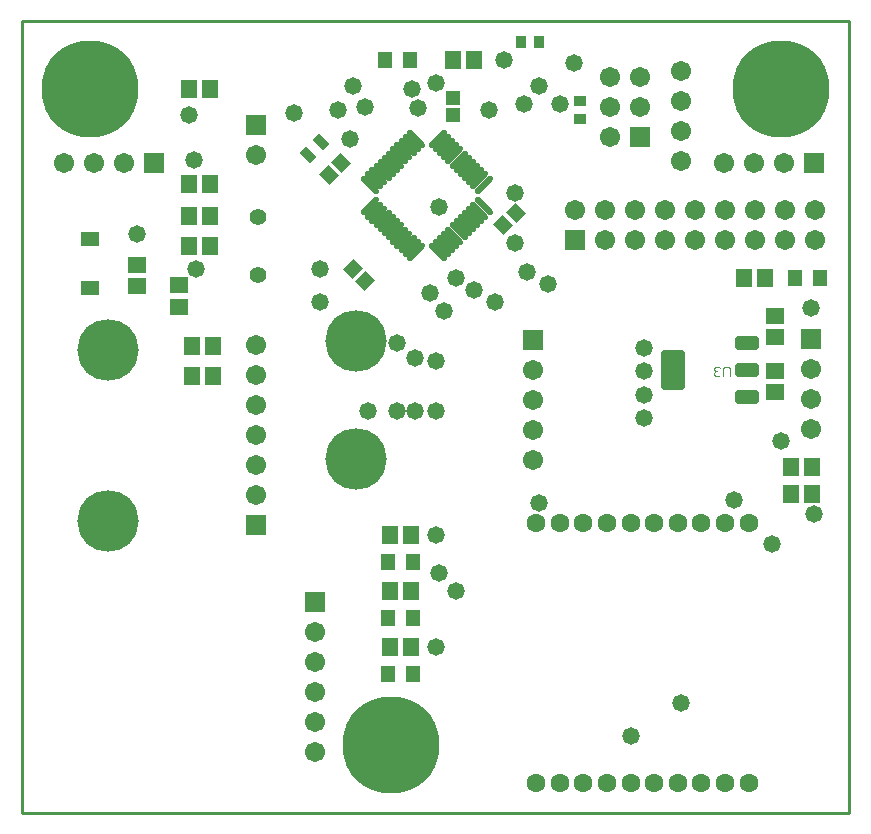
<source format=gts>
G04*
G04 #@! TF.GenerationSoftware,Altium Limited,Altium Designer,19.1.8 (144)*
G04*
G04 Layer_Color=8388736*
%FSLAX25Y25*%
%MOIN*%
G70*
G01*
G75*
%ADD13C,0.01000*%
%ADD14C,0.00394*%
%ADD29R,0.04343X0.03556*%
%ADD30R,0.03556X0.04343*%
G04:AMPARAMS|DCode=31|XSize=19.81mil|YSize=78.87mil|CornerRadius=0mil|HoleSize=0mil|Usage=FLASHONLY|Rotation=135.000|XOffset=0mil|YOffset=0mil|HoleType=Round|Shape=Round|*
%AMOVALD31*
21,1,0.05906,0.01981,0.00000,0.00000,225.0*
1,1,0.01981,0.02088,0.02088*
1,1,0.01981,-0.02088,-0.02088*
%
%ADD31OVALD31*%

G04:AMPARAMS|DCode=32|XSize=19.81mil|YSize=78.87mil|CornerRadius=0mil|HoleSize=0mil|Usage=FLASHONLY|Rotation=45.000|XOffset=0mil|YOffset=0mil|HoleType=Round|Shape=Round|*
%AMOVALD32*
21,1,0.05906,0.01981,0.00000,0.00000,135.0*
1,1,0.01981,0.02088,-0.02088*
1,1,0.01981,-0.02088,0.02088*
%
%ADD32OVALD32*%

%ADD33R,0.06312X0.04540*%
%ADD34R,0.05524X0.06312*%
G04:AMPARAMS|DCode=35|XSize=49.34mil|YSize=45.4mil|CornerRadius=0mil|HoleSize=0mil|Usage=FLASHONLY|Rotation=315.000|XOffset=0mil|YOffset=0mil|HoleType=Round|Shape=Rectangle|*
%AMROTATEDRECTD35*
4,1,4,-0.03350,0.00139,-0.00139,0.03350,0.03350,-0.00139,0.00139,-0.03350,-0.03350,0.00139,0.0*
%
%ADD35ROTATEDRECTD35*%

G04:AMPARAMS|DCode=36|XSize=49.34mil|YSize=29.65mil|CornerRadius=0mil|HoleSize=0mil|Usage=FLASHONLY|Rotation=315.000|XOffset=0mil|YOffset=0mil|HoleType=Round|Shape=Rectangle|*
%AMROTATEDRECTD36*
4,1,4,-0.02793,0.00696,-0.00696,0.02793,0.02793,-0.00696,0.00696,-0.02793,-0.02793,0.00696,0.0*
%
%ADD36ROTATEDRECTD36*%

G04:AMPARAMS|DCode=37|XSize=49.34mil|YSize=45.4mil|CornerRadius=0mil|HoleSize=0mil|Usage=FLASHONLY|Rotation=225.000|XOffset=0mil|YOffset=0mil|HoleType=Round|Shape=Rectangle|*
%AMROTATEDRECTD37*
4,1,4,0.00139,0.03350,0.03350,0.00139,-0.00139,-0.03350,-0.03350,-0.00139,0.00139,0.03350,0.0*
%
%ADD37ROTATEDRECTD37*%

%ADD38R,0.04934X0.04540*%
%ADD39R,0.06312X0.05524*%
%ADD40R,0.05131X0.05524*%
G04:AMPARAMS|DCode=41|XSize=133.98mil|YSize=76.9mil|CornerRadius=6.07mil|HoleSize=0mil|Usage=FLASHONLY|Rotation=270.000|XOffset=0mil|YOffset=0mil|HoleType=Round|Shape=RoundedRectangle|*
%AMROUNDEDRECTD41*
21,1,0.13398,0.06476,0,0,270.0*
21,1,0.12185,0.07690,0,0,270.0*
1,1,0.01213,-0.03238,-0.06093*
1,1,0.01213,-0.03238,0.06093*
1,1,0.01213,0.03238,0.06093*
1,1,0.01213,0.03238,-0.06093*
%
%ADD41ROUNDEDRECTD41*%
G04:AMPARAMS|DCode=42|XSize=43.43mil|YSize=76.9mil|CornerRadius=5.95mil|HoleSize=0mil|Usage=FLASHONLY|Rotation=270.000|XOffset=0mil|YOffset=0mil|HoleType=Round|Shape=RoundedRectangle|*
%AMROUNDEDRECTD42*
21,1,0.04343,0.06500,0,0,270.0*
21,1,0.03154,0.07690,0,0,270.0*
1,1,0.01190,-0.03250,-0.01577*
1,1,0.01190,-0.03250,0.01577*
1,1,0.01190,0.03250,0.01577*
1,1,0.01190,0.03250,-0.01577*
%
%ADD42ROUNDEDRECTD42*%
%ADD43C,0.06706*%
%ADD44R,0.06706X0.06706*%
%ADD45R,0.06706X0.06706*%
%ADD46C,0.06312*%
%ADD47C,0.32296*%
%ADD48C,0.05524*%
%ADD49C,0.20485*%
%ADD50C,0.05800*%
D13*
X-984Y0D02*
X0D01*
X-984Y263779D02*
X-984Y0D01*
X-984Y263779D02*
X274606D01*
Y0D02*
Y263779D01*
X0Y0D02*
X274606D01*
D14*
X234846Y145489D02*
Y148113D01*
X234322Y148638D01*
X233272D01*
X232747Y148113D01*
Y145489D01*
X231698Y146014D02*
X231173Y145489D01*
X230124D01*
X229599Y146014D01*
Y146539D01*
X230124Y147064D01*
X230648D01*
X230124D01*
X229599Y147588D01*
Y148113D01*
X230124Y148638D01*
X231173D01*
X231698Y148113D01*
D29*
X185039Y231299D02*
D03*
Y237205D02*
D03*
D30*
X165354Y256890D02*
D03*
X171260D02*
D03*
D31*
X114928Y202090D02*
D03*
X116320Y200698D02*
D03*
X117712Y199306D02*
D03*
X119104Y197914D02*
D03*
X120496Y196522D02*
D03*
X121888Y195130D02*
D03*
X123280Y193738D02*
D03*
X124671Y192346D02*
D03*
X126063Y190954D02*
D03*
X127455Y189562D02*
D03*
X128847Y188170D02*
D03*
X130239Y186778D02*
D03*
X152789Y209328D02*
D03*
X151397Y210720D02*
D03*
X150005Y212112D02*
D03*
X148613Y213504D02*
D03*
X147221Y214896D02*
D03*
X145829Y216287D02*
D03*
X144437Y217679D02*
D03*
X143045Y219071D02*
D03*
X141653Y220463D02*
D03*
X140261Y221855D02*
D03*
X138869Y223247D02*
D03*
X137477Y224639D02*
D03*
D32*
Y186778D02*
D03*
X138869Y188170D02*
D03*
X140261Y189562D02*
D03*
X141653Y190954D02*
D03*
X143045Y192346D02*
D03*
X144437Y193738D02*
D03*
X145829Y195130D02*
D03*
X147221Y196522D02*
D03*
X148613Y197914D02*
D03*
X150005Y199306D02*
D03*
X151397Y200698D02*
D03*
X152789Y202090D02*
D03*
X130239Y224639D02*
D03*
X128847Y223247D02*
D03*
X127455Y221855D02*
D03*
X126063Y220463D02*
D03*
X124671Y219071D02*
D03*
X123280Y217679D02*
D03*
X121888Y216287D02*
D03*
X120496Y214896D02*
D03*
X119104Y213504D02*
D03*
X117712Y212112D02*
D03*
X116320Y210720D02*
D03*
X114928Y209328D02*
D03*
D33*
X21654Y191240D02*
D03*
Y174902D02*
D03*
D34*
X55512Y155512D02*
D03*
X62598D02*
D03*
X55512Y145669D02*
D03*
X62598D02*
D03*
X61614Y241142D02*
D03*
X54528D02*
D03*
X61614Y209646D02*
D03*
X54528D02*
D03*
X54528Y198819D02*
D03*
X61614D02*
D03*
X54528Y188976D02*
D03*
X61614D02*
D03*
X142520Y250984D02*
D03*
X149606D02*
D03*
X246654Y178150D02*
D03*
X239567D02*
D03*
X262402Y115157D02*
D03*
X255315D02*
D03*
X262402Y106299D02*
D03*
X255315D02*
D03*
X128543Y92520D02*
D03*
X121457D02*
D03*
X128543Y73819D02*
D03*
X121457D02*
D03*
X128543Y55118D02*
D03*
X121457D02*
D03*
D35*
X163436Y199853D02*
D03*
X159399Y195816D02*
D03*
X101278Y212499D02*
D03*
X105315Y216535D02*
D03*
D36*
X98704Y223704D02*
D03*
X94110Y219110D02*
D03*
D37*
X113239Y177116D02*
D03*
X109202Y181152D02*
D03*
D38*
X142717Y238091D02*
D03*
Y232382D02*
D03*
D39*
X250000Y147244D02*
D03*
Y140157D02*
D03*
X250000Y158465D02*
D03*
Y165551D02*
D03*
X51181Y175787D02*
D03*
Y168701D02*
D03*
X37402Y182677D02*
D03*
Y175591D02*
D03*
D40*
X128150Y250984D02*
D03*
X119882D02*
D03*
X256693Y178150D02*
D03*
X264961D02*
D03*
X129134Y83661D02*
D03*
X120866D02*
D03*
X129134Y64961D02*
D03*
X120866D02*
D03*
X129134Y46260D02*
D03*
X120866D02*
D03*
D41*
X216043Y147638D02*
D03*
D42*
X240650Y156693D02*
D03*
Y147638D02*
D03*
Y138583D02*
D03*
D43*
X183425Y200787D02*
D03*
X193425Y190787D02*
D03*
Y200787D02*
D03*
X203425Y190787D02*
D03*
Y200787D02*
D03*
X213425Y190787D02*
D03*
Y200787D02*
D03*
X223425Y190787D02*
D03*
Y200787D02*
D03*
X233425Y190787D02*
D03*
Y200787D02*
D03*
X243425Y190787D02*
D03*
Y200787D02*
D03*
X253425Y190787D02*
D03*
Y200787D02*
D03*
X263425Y190787D02*
D03*
Y200787D02*
D03*
X232795Y216535D02*
D03*
X242795D02*
D03*
X252795D02*
D03*
X12835D02*
D03*
X22835D02*
D03*
X32835D02*
D03*
X76772Y219331D02*
D03*
X218504Y217047D02*
D03*
Y227047D02*
D03*
Y237047D02*
D03*
Y247047D02*
D03*
X96457Y60197D02*
D03*
Y50197D02*
D03*
Y40197D02*
D03*
Y30197D02*
D03*
Y20197D02*
D03*
X76772Y155827D02*
D03*
Y145827D02*
D03*
Y135827D02*
D03*
Y125827D02*
D03*
Y105827D02*
D03*
Y115827D02*
D03*
X169291Y147480D02*
D03*
Y137480D02*
D03*
Y127480D02*
D03*
Y117480D02*
D03*
X194882Y245236D02*
D03*
X204882D02*
D03*
X194882Y235236D02*
D03*
X204882D02*
D03*
X194882Y225236D02*
D03*
X261811Y147795D02*
D03*
Y137795D02*
D03*
Y127795D02*
D03*
D44*
X183425Y190787D02*
D03*
X262795Y216535D02*
D03*
X42835D02*
D03*
D45*
X76772Y229331D02*
D03*
X96457Y70197D02*
D03*
X76772Y95827D02*
D03*
X169291Y157480D02*
D03*
X204882Y225236D02*
D03*
X261811Y157795D02*
D03*
D46*
X241142Y9843D02*
D03*
X233268D02*
D03*
X225394D02*
D03*
X217520D02*
D03*
X209646D02*
D03*
X201772D02*
D03*
X193898D02*
D03*
X186024D02*
D03*
X178150D02*
D03*
X170276D02*
D03*
Y96457D02*
D03*
X178150D02*
D03*
X186024D02*
D03*
X193898D02*
D03*
X201772D02*
D03*
X209646D02*
D03*
X217520D02*
D03*
X225394D02*
D03*
X233268D02*
D03*
X241142D02*
D03*
D47*
X122047Y22638D02*
D03*
X251969Y241142D02*
D03*
X21654D02*
D03*
D48*
X77756Y179370D02*
D03*
Y198583D02*
D03*
D49*
X27559Y154213D02*
D03*
Y97126D02*
D03*
X110236Y157323D02*
D03*
Y117953D02*
D03*
D50*
X206193Y139279D02*
D03*
Y147153D02*
D03*
Y155027D02*
D03*
Y131405D02*
D03*
X139764Y167323D02*
D03*
X134980Y173290D02*
D03*
X136811Y150591D02*
D03*
Y133858D02*
D03*
X129921D02*
D03*
X124016D02*
D03*
X98425Y170276D02*
D03*
X262795Y99410D02*
D03*
X171260Y103347D02*
D03*
X114173Y133858D02*
D03*
X124015Y156496D02*
D03*
X218504Y36417D02*
D03*
X249016Y89567D02*
D03*
X54454Y232554D02*
D03*
X137795Y79724D02*
D03*
X159449Y250984D02*
D03*
X183071Y250000D02*
D03*
X163386Y206693D02*
D03*
X136811Y92520D02*
D03*
X201772Y25591D02*
D03*
X143701Y73819D02*
D03*
X57087Y181102D02*
D03*
X56102Y217520D02*
D03*
X37402Y192913D02*
D03*
X136811Y55118D02*
D03*
X163386Y189961D02*
D03*
X130905Y234907D02*
D03*
X113189Y235236D02*
D03*
X143701Y178150D02*
D03*
X178150Y236221D02*
D03*
X137795Y201771D02*
D03*
X251969Y124016D02*
D03*
X129921Y151575D02*
D03*
X174213Y176181D02*
D03*
X167323Y180118D02*
D03*
X149606Y174213D02*
D03*
X156496Y170276D02*
D03*
X171260Y242126D02*
D03*
X166339Y236221D02*
D03*
X236221Y104331D02*
D03*
X261811Y168307D02*
D03*
X154528Y234252D02*
D03*
X136811Y243110D02*
D03*
X128937Y241142D02*
D03*
X98425Y181102D02*
D03*
X89567Y233268D02*
D03*
X104331Y234252D02*
D03*
X109252Y242126D02*
D03*
X108198Y224410D02*
D03*
M02*

</source>
